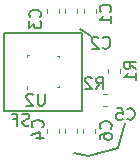
<source format=gbo>
%TF.GenerationSoftware,KiCad,Pcbnew,(5.1.0-1220-ga833aeeac)*%
%TF.CreationDate,2019-07-10T21:20:11+03:00*%
%TF.ProjectId,proto_II_sensor_kicad,70726f74-6f5f-4494-995f-73656e736f72,rev?*%
%TF.SameCoordinates,Original*%
%TF.FileFunction,Legend,Bot*%
%TF.FilePolarity,Positive*%
%FSLAX46Y46*%
G04 Gerber Fmt 4.6, Leading zero omitted, Abs format (unit mm)*
G04 Created by KiCad (PCBNEW (5.1.0-1220-ga833aeeac)) date 2019-07-10 21:20:11*
%MOMM*%
%LPD*%
G04 APERTURE LIST*
%ADD10C,0.150000*%
%ADD11C,0.100000*%
%ADD12C,0.120000*%
%ADD13C,1.000000*%
%ADD14R,0.350000X0.500000*%
%ADD15C,0.160000*%
%ADD16C,0.950000*%
G04 APERTURE END LIST*
D10*
X133975000Y-134950000D02*
X134575000Y-132850000D01*
X131500000Y-135625000D02*
X133975000Y-134950000D01*
X130300000Y-135375000D02*
X131500000Y-135625000D01*
X130800000Y-124850000D02*
X131700000Y-125400000D01*
X124375000Y-131550000D02*
X124375000Y-125350000D01*
X124375000Y-125350000D02*
X124375000Y-125150000D01*
X124375000Y-125150000D02*
X130975000Y-125150000D01*
X130975000Y-125150000D02*
X130975000Y-131750000D01*
X130975000Y-131750000D02*
X124375000Y-131750000D01*
X124375000Y-131750000D02*
X124375000Y-131550000D01*
D11*
X126325000Y-127090000D02*
X126475000Y-127090000D01*
X126325000Y-127100000D02*
X126325000Y-127250000D01*
X129025000Y-127100000D02*
X129025000Y-127250000D01*
X129025000Y-127100000D02*
X128875000Y-127100000D01*
X128875000Y-129800000D02*
X129025000Y-129800000D01*
X129025000Y-129800000D02*
X129025000Y-129650000D01*
X126325000Y-129650000D02*
X126325000Y-129900000D01*
D12*
X133046267Y-130315000D02*
X132703733Y-130315000D01*
X133046267Y-131335000D02*
X132703733Y-131335000D01*
X134160000Y-128571268D02*
X134160000Y-128228734D01*
X133140000Y-128571268D02*
X133140000Y-128228734D01*
X131065000Y-133353733D02*
X131065000Y-133696267D01*
X132085000Y-133353733D02*
X132085000Y-133696267D01*
X129540000Y-133353733D02*
X129540000Y-133696267D01*
X130560000Y-133353733D02*
X130560000Y-133696267D01*
X128015000Y-133353733D02*
X128015000Y-133696267D01*
X129035000Y-133353733D02*
X129035000Y-133696267D01*
X129035000Y-123496266D02*
X129035000Y-123153732D01*
X128015000Y-123496266D02*
X128015000Y-123153732D01*
X130560000Y-123496266D02*
X130560000Y-123153732D01*
X129540000Y-123496266D02*
X129540000Y-123153732D01*
X132135000Y-123471267D02*
X132135000Y-123128733D01*
X131115000Y-123471267D02*
X131115000Y-123128733D01*
D10*
X126489285Y-132979761D02*
X126346428Y-133027380D01*
X126108333Y-133027380D01*
X126013095Y-132979761D01*
X125965476Y-132932142D01*
X125917857Y-132836904D01*
X125917857Y-132741666D01*
X125965476Y-132646428D01*
X126013095Y-132598809D01*
X126108333Y-132551190D01*
X126298809Y-132503571D01*
X126394047Y-132455952D01*
X126441666Y-132408333D01*
X126489285Y-132313095D01*
X126489285Y-132217857D01*
X126441666Y-132122619D01*
X126394047Y-132075000D01*
X126298809Y-132027380D01*
X126060714Y-132027380D01*
X125917857Y-132075000D01*
X125155952Y-132503571D02*
X125489285Y-132503571D01*
X125489285Y-133027380D02*
X125489285Y-132027380D01*
X125013095Y-132027380D01*
X127786904Y-130327380D02*
X127786904Y-131136904D01*
X127739285Y-131232142D01*
X127691666Y-131279761D01*
X127596428Y-131327380D01*
X127405952Y-131327380D01*
X127310714Y-131279761D01*
X127263095Y-131232142D01*
X127215476Y-131136904D01*
X127215476Y-130327380D01*
X126786904Y-130422619D02*
X126739285Y-130375000D01*
X126644047Y-130327380D01*
X126405952Y-130327380D01*
X126310714Y-130375000D01*
X126263095Y-130422619D01*
X126215476Y-130517857D01*
X126215476Y-130613095D01*
X126263095Y-130755952D01*
X126834523Y-131327380D01*
X126215476Y-131327380D01*
X132166666Y-129927380D02*
X132500000Y-129451190D01*
X132738095Y-129927380D02*
X132738095Y-128927380D01*
X132357142Y-128927380D01*
X132261904Y-128975000D01*
X132214285Y-129022619D01*
X132166666Y-129117857D01*
X132166666Y-129260714D01*
X132214285Y-129355952D01*
X132261904Y-129403571D01*
X132357142Y-129451190D01*
X132738095Y-129451190D01*
X131785714Y-129022619D02*
X131738095Y-128975000D01*
X131642857Y-128927380D01*
X131404761Y-128927380D01*
X131309523Y-128975000D01*
X131261904Y-129022619D01*
X131214285Y-129117857D01*
X131214285Y-129213095D01*
X131261904Y-129355952D01*
X131833333Y-129927380D01*
X131214285Y-129927380D01*
X135527380Y-128233334D02*
X135051190Y-127900001D01*
X135527380Y-127661905D02*
X134527380Y-127661905D01*
X134527380Y-128042858D01*
X134575000Y-128138096D01*
X134622619Y-128185715D01*
X134717857Y-128233334D01*
X134860714Y-128233334D01*
X134955952Y-128185715D01*
X135003571Y-128138096D01*
X135051190Y-128042858D01*
X135051190Y-127661905D01*
X135527380Y-129185715D02*
X135527380Y-128614286D01*
X135527380Y-128900001D02*
X134527380Y-128900001D01*
X134670238Y-128804762D01*
X134765476Y-128709524D01*
X134813095Y-128614286D01*
X133382142Y-133283333D02*
X133429761Y-133235714D01*
X133477380Y-133092857D01*
X133477380Y-132997619D01*
X133429761Y-132854761D01*
X133334523Y-132759523D01*
X133239285Y-132711904D01*
X133048809Y-132664285D01*
X132905952Y-132664285D01*
X132715476Y-132711904D01*
X132620238Y-132759523D01*
X132525000Y-132854761D01*
X132477380Y-132997619D01*
X132477380Y-133092857D01*
X132525000Y-133235714D01*
X132572619Y-133283333D01*
X132477380Y-134140476D02*
X132477380Y-133950000D01*
X132525000Y-133854761D01*
X132572619Y-133807142D01*
X132715476Y-133711904D01*
X132905952Y-133664285D01*
X133286904Y-133664285D01*
X133382142Y-133711904D01*
X133429761Y-133759523D01*
X133477380Y-133854761D01*
X133477380Y-134045238D01*
X133429761Y-134140476D01*
X133382142Y-134188095D01*
X133286904Y-134235714D01*
X133048809Y-134235714D01*
X132953571Y-134188095D01*
X132905952Y-134140476D01*
X132858333Y-134045238D01*
X132858333Y-133854761D01*
X132905952Y-133759523D01*
X132953571Y-133711904D01*
X133048809Y-133664285D01*
X134791666Y-132457142D02*
X134839285Y-132504761D01*
X134982142Y-132552380D01*
X135077380Y-132552380D01*
X135220238Y-132504761D01*
X135315476Y-132409523D01*
X135363095Y-132314285D01*
X135410714Y-132123809D01*
X135410714Y-131980952D01*
X135363095Y-131790476D01*
X135315476Y-131695238D01*
X135220238Y-131600000D01*
X135077380Y-131552380D01*
X134982142Y-131552380D01*
X134839285Y-131600000D01*
X134791666Y-131647619D01*
X133886904Y-131552380D02*
X134363095Y-131552380D01*
X134410714Y-132028571D01*
X134363095Y-131980952D01*
X134267857Y-131933333D01*
X134029761Y-131933333D01*
X133934523Y-131980952D01*
X133886904Y-132028571D01*
X133839285Y-132123809D01*
X133839285Y-132361904D01*
X133886904Y-132457142D01*
X133934523Y-132504761D01*
X134029761Y-132552380D01*
X134267857Y-132552380D01*
X134363095Y-132504761D01*
X134410714Y-132457142D01*
X127607142Y-133183333D02*
X127654761Y-133135714D01*
X127702380Y-132992857D01*
X127702380Y-132897619D01*
X127654761Y-132754761D01*
X127559523Y-132659523D01*
X127464285Y-132611904D01*
X127273809Y-132564285D01*
X127130952Y-132564285D01*
X126940476Y-132611904D01*
X126845238Y-132659523D01*
X126750000Y-132754761D01*
X126702380Y-132897619D01*
X126702380Y-132992857D01*
X126750000Y-133135714D01*
X126797619Y-133183333D01*
X127035714Y-134040476D02*
X127702380Y-134040476D01*
X126654761Y-133802380D02*
X127369047Y-133564285D01*
X127369047Y-134183333D01*
X127407142Y-123833333D02*
X127454761Y-123785714D01*
X127502380Y-123642857D01*
X127502380Y-123547619D01*
X127454761Y-123404761D01*
X127359523Y-123309523D01*
X127264285Y-123261904D01*
X127073809Y-123214285D01*
X126930952Y-123214285D01*
X126740476Y-123261904D01*
X126645238Y-123309523D01*
X126550000Y-123404761D01*
X126502380Y-123547619D01*
X126502380Y-123642857D01*
X126550000Y-123785714D01*
X126597619Y-123833333D01*
X126502380Y-124166666D02*
X126502380Y-124785714D01*
X126883333Y-124452380D01*
X126883333Y-124595238D01*
X126930952Y-124690476D01*
X126978571Y-124738095D01*
X127073809Y-124785714D01*
X127311904Y-124785714D01*
X127407142Y-124738095D01*
X127454761Y-124690476D01*
X127502380Y-124595238D01*
X127502380Y-124309523D01*
X127454761Y-124214285D01*
X127407142Y-124166666D01*
X132716666Y-126407142D02*
X132764285Y-126454761D01*
X132907142Y-126502380D01*
X133002380Y-126502380D01*
X133145238Y-126454761D01*
X133240476Y-126359523D01*
X133288095Y-126264285D01*
X133335714Y-126073809D01*
X133335714Y-125930952D01*
X133288095Y-125740476D01*
X133240476Y-125645238D01*
X133145238Y-125550000D01*
X133002380Y-125502380D01*
X132907142Y-125502380D01*
X132764285Y-125550000D01*
X132716666Y-125597619D01*
X132335714Y-125597619D02*
X132288095Y-125550000D01*
X132192857Y-125502380D01*
X131954761Y-125502380D01*
X131859523Y-125550000D01*
X131811904Y-125597619D01*
X131764285Y-125692857D01*
X131764285Y-125788095D01*
X131811904Y-125930952D01*
X132383333Y-126502380D01*
X131764285Y-126502380D01*
X133357142Y-123408333D02*
X133404761Y-123360714D01*
X133452380Y-123217857D01*
X133452380Y-123122619D01*
X133404761Y-122979761D01*
X133309523Y-122884523D01*
X133214285Y-122836904D01*
X133023809Y-122789285D01*
X132880952Y-122789285D01*
X132690476Y-122836904D01*
X132595238Y-122884523D01*
X132500000Y-122979761D01*
X132452380Y-123122619D01*
X132452380Y-123217857D01*
X132500000Y-123360714D01*
X132547619Y-123408333D01*
X133452380Y-124360714D02*
X133452380Y-123789285D01*
X133452380Y-124075000D02*
X132452380Y-124075000D01*
X132595238Y-123979761D01*
X132690476Y-123884523D01*
X132738095Y-123789285D01*
%LPC*%
D13*
X125075000Y-131050000D03*
X130275000Y-131050000D03*
X125075000Y-125850000D03*
X130275000Y-125850000D03*
D14*
X128650000Y-127425000D03*
X128000000Y-127425000D03*
X127350000Y-127425000D03*
X126700000Y-127425000D03*
X126700000Y-129475000D03*
X127350000Y-129475000D03*
X128000000Y-129475000D03*
X128650000Y-129475000D03*
D15*
G36*
X132378387Y-130368079D02*
G01*
X132455438Y-130419562D01*
X132506921Y-130496613D01*
X132525000Y-130587500D01*
X132525000Y-131062500D01*
X132506921Y-131153387D01*
X132455438Y-131230438D01*
X132378387Y-131281921D01*
X132287500Y-131300000D01*
X131712500Y-131300000D01*
X131621613Y-131281921D01*
X131544562Y-131230438D01*
X131493079Y-131153387D01*
X131475000Y-131062500D01*
X131475000Y-130587500D01*
X131493079Y-130496613D01*
X131544562Y-130419562D01*
X131621613Y-130368079D01*
X131712500Y-130350000D01*
X132287500Y-130350000D01*
X132378387Y-130368079D01*
X132378387Y-130368079D01*
G37*
D16*
X132000000Y-130825000D03*
D15*
G36*
X134128387Y-130368079D02*
G01*
X134205438Y-130419562D01*
X134256921Y-130496613D01*
X134275000Y-130587500D01*
X134275000Y-131062500D01*
X134256921Y-131153387D01*
X134205438Y-131230438D01*
X134128387Y-131281921D01*
X134037500Y-131300000D01*
X133462500Y-131300000D01*
X133371613Y-131281921D01*
X133294562Y-131230438D01*
X133243079Y-131153387D01*
X133225000Y-131062500D01*
X133225000Y-130587500D01*
X133243079Y-130496613D01*
X133294562Y-130419562D01*
X133371613Y-130368079D01*
X133462500Y-130350000D01*
X134037500Y-130350000D01*
X134128387Y-130368079D01*
X134128387Y-130368079D01*
G37*
D16*
X133750000Y-130825000D03*
D15*
G36*
X133978387Y-127018080D02*
G01*
X134055438Y-127069563D01*
X134106921Y-127146614D01*
X134125000Y-127237501D01*
X134125000Y-127812501D01*
X134106921Y-127903388D01*
X134055438Y-127980439D01*
X133978387Y-128031922D01*
X133887500Y-128050001D01*
X133412500Y-128050001D01*
X133321613Y-128031922D01*
X133244562Y-127980439D01*
X133193079Y-127903388D01*
X133175000Y-127812501D01*
X133175000Y-127237501D01*
X133193079Y-127146614D01*
X133244562Y-127069563D01*
X133321613Y-127018080D01*
X133412500Y-127000001D01*
X133887500Y-127000001D01*
X133978387Y-127018080D01*
X133978387Y-127018080D01*
G37*
D16*
X133650000Y-127525001D03*
D15*
G36*
X133978387Y-128768080D02*
G01*
X134055438Y-128819563D01*
X134106921Y-128896614D01*
X134125000Y-128987501D01*
X134125000Y-129562501D01*
X134106921Y-129653388D01*
X134055438Y-129730439D01*
X133978387Y-129781922D01*
X133887500Y-129800001D01*
X133412500Y-129800001D01*
X133321613Y-129781922D01*
X133244562Y-129730439D01*
X133193079Y-129653388D01*
X133175000Y-129562501D01*
X133175000Y-128987501D01*
X133193079Y-128896614D01*
X133244562Y-128819563D01*
X133321613Y-128768080D01*
X133412500Y-128750001D01*
X133887500Y-128750001D01*
X133978387Y-128768080D01*
X133978387Y-128768080D01*
G37*
D16*
X133650000Y-129275001D03*
D15*
G36*
X131903387Y-133893079D02*
G01*
X131980438Y-133944562D01*
X132031921Y-134021613D01*
X132050000Y-134112500D01*
X132050000Y-134687500D01*
X132031921Y-134778387D01*
X131980438Y-134855438D01*
X131903387Y-134906921D01*
X131812500Y-134925000D01*
X131337500Y-134925000D01*
X131246613Y-134906921D01*
X131169562Y-134855438D01*
X131118079Y-134778387D01*
X131100000Y-134687500D01*
X131100000Y-134112500D01*
X131118079Y-134021613D01*
X131169562Y-133944562D01*
X131246613Y-133893079D01*
X131337500Y-133875000D01*
X131812500Y-133875000D01*
X131903387Y-133893079D01*
X131903387Y-133893079D01*
G37*
D16*
X131575000Y-134400000D03*
D15*
G36*
X131903387Y-132143079D02*
G01*
X131980438Y-132194562D01*
X132031921Y-132271613D01*
X132050000Y-132362500D01*
X132050000Y-132937500D01*
X132031921Y-133028387D01*
X131980438Y-133105438D01*
X131903387Y-133156921D01*
X131812500Y-133175000D01*
X131337500Y-133175000D01*
X131246613Y-133156921D01*
X131169562Y-133105438D01*
X131118079Y-133028387D01*
X131100000Y-132937500D01*
X131100000Y-132362500D01*
X131118079Y-132271613D01*
X131169562Y-132194562D01*
X131246613Y-132143079D01*
X131337500Y-132125000D01*
X131812500Y-132125000D01*
X131903387Y-132143079D01*
X131903387Y-132143079D01*
G37*
D16*
X131575000Y-132650000D03*
D15*
G36*
X130378387Y-133893079D02*
G01*
X130455438Y-133944562D01*
X130506921Y-134021613D01*
X130525000Y-134112500D01*
X130525000Y-134687500D01*
X130506921Y-134778387D01*
X130455438Y-134855438D01*
X130378387Y-134906921D01*
X130287500Y-134925000D01*
X129812500Y-134925000D01*
X129721613Y-134906921D01*
X129644562Y-134855438D01*
X129593079Y-134778387D01*
X129575000Y-134687500D01*
X129575000Y-134112500D01*
X129593079Y-134021613D01*
X129644562Y-133944562D01*
X129721613Y-133893079D01*
X129812500Y-133875000D01*
X130287500Y-133875000D01*
X130378387Y-133893079D01*
X130378387Y-133893079D01*
G37*
D16*
X130050000Y-134400000D03*
D15*
G36*
X130378387Y-132143079D02*
G01*
X130455438Y-132194562D01*
X130506921Y-132271613D01*
X130525000Y-132362500D01*
X130525000Y-132937500D01*
X130506921Y-133028387D01*
X130455438Y-133105438D01*
X130378387Y-133156921D01*
X130287500Y-133175000D01*
X129812500Y-133175000D01*
X129721613Y-133156921D01*
X129644562Y-133105438D01*
X129593079Y-133028387D01*
X129575000Y-132937500D01*
X129575000Y-132362500D01*
X129593079Y-132271613D01*
X129644562Y-132194562D01*
X129721613Y-132143079D01*
X129812500Y-132125000D01*
X130287500Y-132125000D01*
X130378387Y-132143079D01*
X130378387Y-132143079D01*
G37*
D16*
X130050000Y-132650000D03*
D15*
G36*
X128853387Y-133893079D02*
G01*
X128930438Y-133944562D01*
X128981921Y-134021613D01*
X129000000Y-134112500D01*
X129000000Y-134687500D01*
X128981921Y-134778387D01*
X128930438Y-134855438D01*
X128853387Y-134906921D01*
X128762500Y-134925000D01*
X128287500Y-134925000D01*
X128196613Y-134906921D01*
X128119562Y-134855438D01*
X128068079Y-134778387D01*
X128050000Y-134687500D01*
X128050000Y-134112500D01*
X128068079Y-134021613D01*
X128119562Y-133944562D01*
X128196613Y-133893079D01*
X128287500Y-133875000D01*
X128762500Y-133875000D01*
X128853387Y-133893079D01*
X128853387Y-133893079D01*
G37*
D16*
X128525000Y-134400000D03*
D15*
G36*
X128853387Y-132143079D02*
G01*
X128930438Y-132194562D01*
X128981921Y-132271613D01*
X129000000Y-132362500D01*
X129000000Y-132937500D01*
X128981921Y-133028387D01*
X128930438Y-133105438D01*
X128853387Y-133156921D01*
X128762500Y-133175000D01*
X128287500Y-133175000D01*
X128196613Y-133156921D01*
X128119562Y-133105438D01*
X128068079Y-133028387D01*
X128050000Y-132937500D01*
X128050000Y-132362500D01*
X128068079Y-132271613D01*
X128119562Y-132194562D01*
X128196613Y-132143079D01*
X128287500Y-132125000D01*
X128762500Y-132125000D01*
X128853387Y-132143079D01*
X128853387Y-132143079D01*
G37*
D16*
X128525000Y-132650000D03*
D15*
G36*
X128853387Y-121943078D02*
G01*
X128930438Y-121994561D01*
X128981921Y-122071612D01*
X129000000Y-122162499D01*
X129000000Y-122737499D01*
X128981921Y-122828386D01*
X128930438Y-122905437D01*
X128853387Y-122956920D01*
X128762500Y-122974999D01*
X128287500Y-122974999D01*
X128196613Y-122956920D01*
X128119562Y-122905437D01*
X128068079Y-122828386D01*
X128050000Y-122737499D01*
X128050000Y-122162499D01*
X128068079Y-122071612D01*
X128119562Y-121994561D01*
X128196613Y-121943078D01*
X128287500Y-121924999D01*
X128762500Y-121924999D01*
X128853387Y-121943078D01*
X128853387Y-121943078D01*
G37*
D16*
X128525000Y-122449999D03*
D15*
G36*
X128853387Y-123693078D02*
G01*
X128930438Y-123744561D01*
X128981921Y-123821612D01*
X129000000Y-123912499D01*
X129000000Y-124487499D01*
X128981921Y-124578386D01*
X128930438Y-124655437D01*
X128853387Y-124706920D01*
X128762500Y-124724999D01*
X128287500Y-124724999D01*
X128196613Y-124706920D01*
X128119562Y-124655437D01*
X128068079Y-124578386D01*
X128050000Y-124487499D01*
X128050000Y-123912499D01*
X128068079Y-123821612D01*
X128119562Y-123744561D01*
X128196613Y-123693078D01*
X128287500Y-123674999D01*
X128762500Y-123674999D01*
X128853387Y-123693078D01*
X128853387Y-123693078D01*
G37*
D16*
X128525000Y-124199999D03*
D15*
G36*
X130378387Y-121943078D02*
G01*
X130455438Y-121994561D01*
X130506921Y-122071612D01*
X130525000Y-122162499D01*
X130525000Y-122737499D01*
X130506921Y-122828386D01*
X130455438Y-122905437D01*
X130378387Y-122956920D01*
X130287500Y-122974999D01*
X129812500Y-122974999D01*
X129721613Y-122956920D01*
X129644562Y-122905437D01*
X129593079Y-122828386D01*
X129575000Y-122737499D01*
X129575000Y-122162499D01*
X129593079Y-122071612D01*
X129644562Y-121994561D01*
X129721613Y-121943078D01*
X129812500Y-121924999D01*
X130287500Y-121924999D01*
X130378387Y-121943078D01*
X130378387Y-121943078D01*
G37*
D16*
X130050000Y-122449999D03*
D15*
G36*
X130378387Y-123693078D02*
G01*
X130455438Y-123744561D01*
X130506921Y-123821612D01*
X130525000Y-123912499D01*
X130525000Y-124487499D01*
X130506921Y-124578386D01*
X130455438Y-124655437D01*
X130378387Y-124706920D01*
X130287500Y-124724999D01*
X129812500Y-124724999D01*
X129721613Y-124706920D01*
X129644562Y-124655437D01*
X129593079Y-124578386D01*
X129575000Y-124487499D01*
X129575000Y-123912499D01*
X129593079Y-123821612D01*
X129644562Y-123744561D01*
X129721613Y-123693078D01*
X129812500Y-123674999D01*
X130287500Y-123674999D01*
X130378387Y-123693078D01*
X130378387Y-123693078D01*
G37*
D16*
X130050000Y-124199999D03*
D15*
G36*
X131953387Y-121918079D02*
G01*
X132030438Y-121969562D01*
X132081921Y-122046613D01*
X132100000Y-122137500D01*
X132100000Y-122712500D01*
X132081921Y-122803387D01*
X132030438Y-122880438D01*
X131953387Y-122931921D01*
X131862500Y-122950000D01*
X131387500Y-122950000D01*
X131296613Y-122931921D01*
X131219562Y-122880438D01*
X131168079Y-122803387D01*
X131150000Y-122712500D01*
X131150000Y-122137500D01*
X131168079Y-122046613D01*
X131219562Y-121969562D01*
X131296613Y-121918079D01*
X131387500Y-121900000D01*
X131862500Y-121900000D01*
X131953387Y-121918079D01*
X131953387Y-121918079D01*
G37*
D16*
X131625000Y-122425000D03*
D15*
G36*
X131953387Y-123668079D02*
G01*
X132030438Y-123719562D01*
X132081921Y-123796613D01*
X132100000Y-123887500D01*
X132100000Y-124462500D01*
X132081921Y-124553387D01*
X132030438Y-124630438D01*
X131953387Y-124681921D01*
X131862500Y-124700000D01*
X131387500Y-124700000D01*
X131296613Y-124681921D01*
X131219562Y-124630438D01*
X131168079Y-124553387D01*
X131150000Y-124462500D01*
X131150000Y-123887500D01*
X131168079Y-123796613D01*
X131219562Y-123719562D01*
X131296613Y-123668079D01*
X131387500Y-123650000D01*
X131862500Y-123650000D01*
X131953387Y-123668079D01*
X131953387Y-123668079D01*
G37*
D16*
X131625000Y-124175000D03*
M02*

</source>
